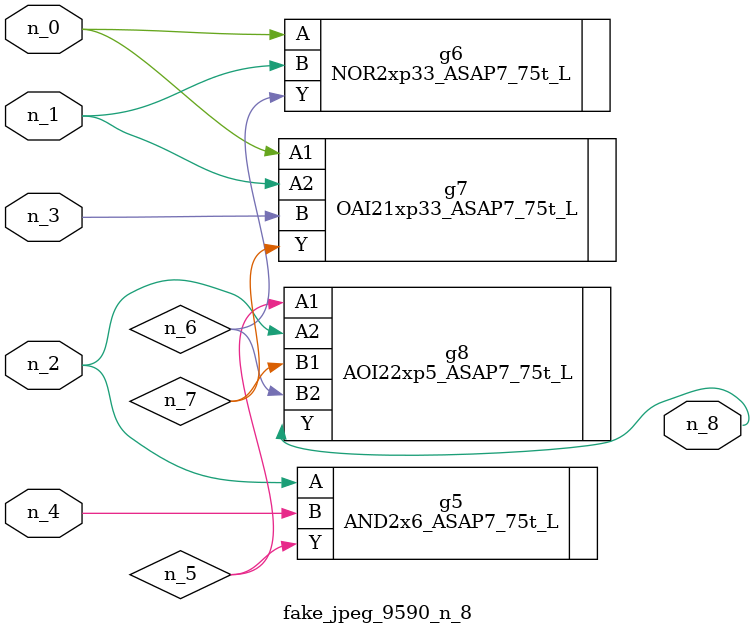
<source format=v>
module fake_jpeg_9590_n_8 (n_3, n_2, n_1, n_0, n_4, n_8);

input n_3;
input n_2;
input n_1;
input n_0;
input n_4;

output n_8;

wire n_6;
wire n_5;
wire n_7;

AND2x6_ASAP7_75t_L g5 ( 
.A(n_2),
.B(n_4),
.Y(n_5)
);

NOR2xp33_ASAP7_75t_L g6 ( 
.A(n_0),
.B(n_1),
.Y(n_6)
);

OAI21xp33_ASAP7_75t_L g7 ( 
.A1(n_0),
.A2(n_1),
.B(n_3),
.Y(n_7)
);

AOI22xp5_ASAP7_75t_L g8 ( 
.A1(n_5),
.A2(n_2),
.B1(n_7),
.B2(n_6),
.Y(n_8)
);


endmodule
</source>
